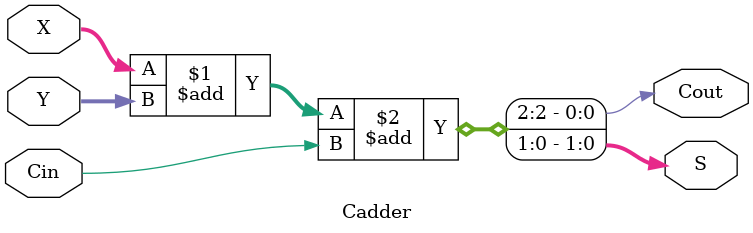
<source format=v>
`timescale 1ns / 1ps


module Cadder(Cin, X, Y, S, Cout);
parameter n=1;
input Cin;
input [n:0] X, Y;
output [n:0] S;
output Cout;
assign {Cout, S} = X + Y + Cin;
endmodule

</source>
